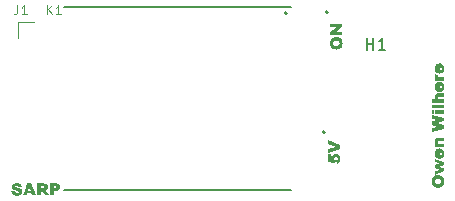
<source format=gbr>
%TF.GenerationSoftware,KiCad,Pcbnew,8.0.7*%
%TF.CreationDate,2025-03-16T23:49:03-07:00*%
%TF.ProjectId,RelaySwitchCompact,52656c61-7953-4776-9974-6368436f6d70,rev?*%
%TF.SameCoordinates,Original*%
%TF.FileFunction,Legend,Top*%
%TF.FilePolarity,Positive*%
%FSLAX46Y46*%
G04 Gerber Fmt 4.6, Leading zero omitted, Abs format (unit mm)*
G04 Created by KiCad (PCBNEW 8.0.7) date 2025-03-16 23:49:03*
%MOMM*%
%LPD*%
G01*
G04 APERTURE LIST*
%ADD10C,0.100000*%
%ADD11C,0.150000*%
%ADD12C,0.127000*%
%ADD13C,0.200000*%
%ADD14C,0.120000*%
G04 APERTURE END LIST*
D10*
G36*
X177213949Y-108793808D02*
G01*
X177213949Y-108115057D01*
X177464054Y-108115057D01*
X177464054Y-108566174D01*
X177583489Y-108586690D01*
X177564121Y-108539597D01*
X177554424Y-108506579D01*
X177544895Y-108457288D01*
X177542212Y-108414255D01*
X177545475Y-108358404D01*
X177555263Y-108306624D01*
X177571578Y-108258914D01*
X177594419Y-108215273D01*
X177623785Y-108175703D01*
X177635024Y-108163418D01*
X177671520Y-108130631D01*
X177718375Y-108100953D01*
X177769835Y-108080509D01*
X177825899Y-108069297D01*
X177868764Y-108066942D01*
X177917628Y-108070040D01*
X177971469Y-108080935D01*
X178018321Y-108097204D01*
X178058541Y-108116523D01*
X178101406Y-108143893D01*
X178138897Y-108176423D01*
X178171015Y-108214113D01*
X178197759Y-108256963D01*
X178218703Y-108305399D01*
X178232120Y-108352915D01*
X178240956Y-108405223D01*
X178245210Y-108462322D01*
X178245631Y-108488260D01*
X178244085Y-108542642D01*
X178239449Y-108592580D01*
X178230671Y-108642855D01*
X178226092Y-108661429D01*
X178210210Y-108708731D01*
X178187685Y-108754475D01*
X178167229Y-108784771D01*
X178133586Y-108822904D01*
X178093568Y-108856938D01*
X178078325Y-108867325D01*
X178032598Y-108891713D01*
X177985406Y-108910144D01*
X177946189Y-108922280D01*
X177916636Y-108622594D01*
X177964133Y-108609593D01*
X178006433Y-108582413D01*
X178012379Y-108575944D01*
X178036671Y-108531499D01*
X178042421Y-108490947D01*
X178033140Y-108440755D01*
X178005296Y-108400089D01*
X177961944Y-108374318D01*
X177910915Y-108364746D01*
X177892700Y-108364185D01*
X177840871Y-108369268D01*
X177795250Y-108388048D01*
X177780593Y-108400333D01*
X177754214Y-108442648D01*
X177745456Y-108493521D01*
X177745422Y-108497297D01*
X177752785Y-108547111D01*
X177762519Y-108572280D01*
X177790498Y-108613262D01*
X177810390Y-108634562D01*
X177778150Y-108884667D01*
X177213949Y-108793808D01*
G37*
G36*
X177213949Y-108032992D02*
G01*
X177213949Y-107690563D01*
X177915659Y-107469524D01*
X177213949Y-107252147D01*
X177213949Y-106919000D01*
X178230000Y-107298554D01*
X178230000Y-107646600D01*
X177213949Y-108032992D01*
G37*
G36*
X150416115Y-111233893D02*
G01*
X150727525Y-111214354D01*
X150736684Y-111262845D01*
X150754436Y-111310370D01*
X150765871Y-111328171D01*
X150802115Y-111361545D01*
X150847710Y-111381065D01*
X150897274Y-111386789D01*
X150947256Y-111381366D01*
X150992361Y-111360200D01*
X150994482Y-111358457D01*
X151024205Y-111317480D01*
X151028188Y-111293244D01*
X151011785Y-111246921D01*
X150996436Y-111230718D01*
X150950502Y-111205921D01*
X150902704Y-111190424D01*
X150848215Y-111176941D01*
X150840609Y-111175275D01*
X150790792Y-111163490D01*
X150733693Y-111147386D01*
X150682342Y-111129754D01*
X150636740Y-111110597D01*
X150589605Y-111085592D01*
X150545076Y-111053642D01*
X150509768Y-111017735D01*
X150480035Y-110971718D01*
X150461629Y-110920389D01*
X150454815Y-110871118D01*
X150454461Y-110856294D01*
X150459916Y-110803125D01*
X150476280Y-110752091D01*
X150500623Y-110707550D01*
X150534087Y-110666721D01*
X150571832Y-110635072D01*
X150616803Y-110608254D01*
X150639109Y-110597885D01*
X150689331Y-110580574D01*
X150740138Y-110569485D01*
X150788785Y-110562993D01*
X150842136Y-110559284D01*
X150890191Y-110558318D01*
X150949080Y-110560089D01*
X151003473Y-110565402D01*
X151053369Y-110574257D01*
X151107311Y-110589558D01*
X151154778Y-110609960D01*
X151189388Y-110630858D01*
X151230828Y-110667070D01*
X151264321Y-110712236D01*
X151286704Y-110758074D01*
X151303247Y-110810490D01*
X151312573Y-110859194D01*
X151313952Y-110869483D01*
X151005229Y-110887069D01*
X150991518Y-110837522D01*
X150964239Y-110795245D01*
X150957846Y-110789616D01*
X150912550Y-110767699D01*
X150863342Y-110761555D01*
X150859416Y-110761528D01*
X150809862Y-110768019D01*
X150782968Y-110782044D01*
X150758274Y-110825608D01*
X150758055Y-110830893D01*
X150778083Y-110867285D01*
X150823456Y-110888231D01*
X150873763Y-110900928D01*
X150878711Y-110901967D01*
X150928197Y-110912752D01*
X150984978Y-110926341D01*
X151036117Y-110940048D01*
X151090039Y-110956655D01*
X151142680Y-110976246D01*
X151173512Y-110990383D01*
X151220226Y-111017715D01*
X151259250Y-111048601D01*
X151293592Y-111087088D01*
X151304671Y-111103712D01*
X151326438Y-111147723D01*
X151340143Y-111194883D01*
X151345787Y-111245192D01*
X151345948Y-111255631D01*
X151341601Y-111309800D01*
X151328560Y-111361573D01*
X151306825Y-111410951D01*
X151290993Y-111437348D01*
X151260829Y-111476350D01*
X151225292Y-111510315D01*
X151184381Y-111539243D01*
X151138097Y-111563133D01*
X151086104Y-111581726D01*
X151035451Y-111593637D01*
X150979982Y-111601481D01*
X150928606Y-111604967D01*
X150892389Y-111605631D01*
X150829844Y-111604024D01*
X150772267Y-111599204D01*
X150719660Y-111591171D01*
X150672021Y-111579924D01*
X150619460Y-111561347D01*
X150574662Y-111537750D01*
X150531154Y-111502805D01*
X150496300Y-111462021D01*
X150467578Y-111416789D01*
X150444987Y-111367110D01*
X150428526Y-111312982D01*
X150419492Y-111264478D01*
X150416115Y-111233893D01*
G37*
G36*
X152494866Y-111590000D02*
G01*
X152152193Y-111590000D01*
X152102856Y-111418053D01*
X151760184Y-111418053D01*
X151711335Y-111590000D01*
X151376234Y-111590000D01*
X151529912Y-111183579D01*
X151832235Y-111183579D01*
X152032759Y-111183579D01*
X151932131Y-110863377D01*
X151832235Y-111183579D01*
X151529912Y-111183579D01*
X151760428Y-110573949D01*
X152110672Y-110573949D01*
X152494866Y-111590000D01*
G37*
G36*
X153152310Y-110574834D02*
G01*
X153207209Y-110578101D01*
X153262022Y-110584783D01*
X153313579Y-110596060D01*
X153323582Y-110599106D01*
X153369497Y-110619075D01*
X153409544Y-110647535D01*
X153443724Y-110684486D01*
X153449856Y-110692896D01*
X153475358Y-110738653D01*
X153491415Y-110790135D01*
X153497791Y-110841363D01*
X153498216Y-110859469D01*
X153494614Y-110910607D01*
X153482333Y-110961570D01*
X153461335Y-111006992D01*
X153432747Y-111046872D01*
X153397695Y-111081211D01*
X153360219Y-111107620D01*
X153316123Y-111129625D01*
X153275955Y-111142058D01*
X153321124Y-111163602D01*
X153332863Y-111171612D01*
X153368263Y-111207698D01*
X153383910Y-111226810D01*
X153414401Y-111267571D01*
X153428607Y-111291046D01*
X153584922Y-111590000D01*
X153215627Y-111590000D01*
X153047344Y-111279811D01*
X153021745Y-111237182D01*
X152993366Y-111205317D01*
X152948116Y-111186148D01*
X152921558Y-111183579D01*
X152901775Y-111183579D01*
X152901775Y-111590000D01*
X152573757Y-111590000D01*
X152573757Y-110980369D01*
X152901775Y-110980369D01*
X153025117Y-110980369D01*
X153075176Y-110973430D01*
X153105962Y-110966936D01*
X153148688Y-110942512D01*
X153152124Y-110938360D01*
X153169675Y-110892518D01*
X153169953Y-110885115D01*
X153158791Y-110837449D01*
X153141377Y-110816727D01*
X153096040Y-110798050D01*
X153045694Y-110793001D01*
X153030735Y-110792791D01*
X152901775Y-110792791D01*
X152901775Y-110980369D01*
X152573757Y-110980369D01*
X152573757Y-110573949D01*
X153100100Y-110573949D01*
X153152310Y-110574834D01*
G37*
G36*
X154233324Y-110575941D02*
G01*
X154289859Y-110583589D01*
X154340365Y-110596972D01*
X154391671Y-110619836D01*
X154434773Y-110650507D01*
X154440260Y-110655526D01*
X154473950Y-110694477D01*
X154499365Y-110739949D01*
X154516506Y-110791943D01*
X154524612Y-110841700D01*
X154526722Y-110886824D01*
X154523417Y-110942257D01*
X154513499Y-110992967D01*
X154496970Y-111038954D01*
X154469329Y-111086637D01*
X154432689Y-111127892D01*
X154386886Y-111161772D01*
X154340203Y-111184189D01*
X154286668Y-111200492D01*
X154236821Y-111209408D01*
X154182216Y-111214078D01*
X154147169Y-111214842D01*
X153984748Y-111214842D01*
X153984748Y-111590000D01*
X153656485Y-111590000D01*
X153656485Y-110996001D01*
X153984748Y-110996001D01*
X154053136Y-110996001D01*
X154102433Y-110993234D01*
X154150972Y-110981364D01*
X154174280Y-110967669D01*
X154203456Y-110926147D01*
X154208230Y-110895373D01*
X154196781Y-110846791D01*
X154178921Y-110822588D01*
X154132339Y-110799338D01*
X154080865Y-110793053D01*
X154065592Y-110792791D01*
X153984748Y-110792791D01*
X153984748Y-110996001D01*
X153656485Y-110996001D01*
X153656485Y-110573949D01*
X154181607Y-110573949D01*
X154233324Y-110575941D01*
G37*
G36*
X177968124Y-98178450D02*
G01*
X178018769Y-98182886D01*
X178075481Y-98192114D01*
X178127762Y-98205601D01*
X178175613Y-98223346D01*
X178205052Y-98237543D01*
X178252439Y-98266520D01*
X178295011Y-98300662D01*
X178332768Y-98339970D01*
X178365710Y-98384444D01*
X178382372Y-98412177D01*
X178403870Y-98456899D01*
X178420921Y-98505519D01*
X178433523Y-98558038D01*
X178441677Y-98614456D01*
X178445075Y-98664448D01*
X178445631Y-98695743D01*
X178444301Y-98748121D01*
X178440312Y-98797638D01*
X178432015Y-98853279D01*
X178419887Y-98904799D01*
X178403930Y-98952198D01*
X178391165Y-98981507D01*
X178364190Y-99029138D01*
X178331138Y-99072655D01*
X178292009Y-99112058D01*
X178253632Y-99142558D01*
X178218241Y-99165666D01*
X178171758Y-99189571D01*
X178121154Y-99208531D01*
X178066429Y-99222544D01*
X178017676Y-99230444D01*
X177966060Y-99234909D01*
X177922707Y-99236008D01*
X177862555Y-99233825D01*
X177805806Y-99227276D01*
X177752462Y-99216362D01*
X177702522Y-99201081D01*
X177655986Y-99181435D01*
X177612855Y-99157423D01*
X177563727Y-99121268D01*
X177536803Y-99096301D01*
X177504346Y-99059676D01*
X177476216Y-99019655D01*
X177452414Y-98976237D01*
X177432939Y-98929422D01*
X177417792Y-98879211D01*
X177406973Y-98825604D01*
X177400482Y-98768600D01*
X177398344Y-98708932D01*
X177648422Y-98708932D01*
X177654576Y-98761954D01*
X177673037Y-98808060D01*
X177703806Y-98847249D01*
X177711437Y-98854256D01*
X177753625Y-98880821D01*
X177802447Y-98897136D01*
X177853907Y-98905776D01*
X177904508Y-98908996D01*
X177922707Y-98909211D01*
X177974808Y-98907296D01*
X178028148Y-98900222D01*
X178079290Y-98885754D01*
X178124308Y-98861340D01*
X178132512Y-98854745D01*
X178165742Y-98816734D01*
X178186665Y-98771092D01*
X178195280Y-98717816D01*
X178195526Y-98706245D01*
X178190658Y-98655318D01*
X178173828Y-98606889D01*
X178144977Y-98567047D01*
X178133977Y-98556769D01*
X178091220Y-98531148D01*
X178039784Y-98515413D01*
X177984409Y-98507080D01*
X177929243Y-98503975D01*
X177909274Y-98503768D01*
X177853011Y-98506409D01*
X177803900Y-98514333D01*
X177756532Y-98529858D01*
X177714410Y-98555571D01*
X177710460Y-98558967D01*
X177677745Y-98597330D01*
X177657146Y-98643421D01*
X177648665Y-98697241D01*
X177648422Y-98708932D01*
X177398344Y-98708932D01*
X177398318Y-98708199D01*
X177400443Y-98646390D01*
X177406820Y-98588215D01*
X177417449Y-98533672D01*
X177432329Y-98482763D01*
X177451460Y-98435487D01*
X177474842Y-98391844D01*
X177510049Y-98342399D01*
X177534361Y-98315457D01*
X177579510Y-98275561D01*
X177629931Y-98242427D01*
X177674062Y-98220789D01*
X177721567Y-98203478D01*
X177772446Y-98190495D01*
X177826699Y-98181840D01*
X177884325Y-98177512D01*
X177914403Y-98176971D01*
X177968124Y-98178450D01*
G37*
G36*
X177413949Y-98029448D02*
G01*
X177413949Y-97726831D01*
X177959832Y-97359490D01*
X177413949Y-97359490D01*
X177413949Y-97050767D01*
X178430000Y-97050767D01*
X178430000Y-97355826D01*
X177887048Y-97721214D01*
X178430000Y-97721214D01*
X178430000Y-98029448D01*
X177413949Y-98029448D01*
G37*
G36*
X186566124Y-109876450D02*
G01*
X186616769Y-109880886D01*
X186673481Y-109890114D01*
X186725762Y-109903601D01*
X186773613Y-109921346D01*
X186803052Y-109935543D01*
X186850439Y-109964520D01*
X186893011Y-109998662D01*
X186930768Y-110037970D01*
X186963710Y-110082444D01*
X186980372Y-110110177D01*
X187001870Y-110154899D01*
X187018921Y-110203519D01*
X187031523Y-110256038D01*
X187039677Y-110312456D01*
X187043075Y-110362448D01*
X187043631Y-110393743D01*
X187042301Y-110446121D01*
X187038312Y-110495638D01*
X187030015Y-110551279D01*
X187017887Y-110602799D01*
X187001930Y-110650198D01*
X186989165Y-110679507D01*
X186962190Y-110727138D01*
X186929138Y-110770655D01*
X186890009Y-110810058D01*
X186851632Y-110840558D01*
X186816241Y-110863666D01*
X186769758Y-110887571D01*
X186719154Y-110906531D01*
X186664429Y-110920544D01*
X186615676Y-110928444D01*
X186564060Y-110932909D01*
X186520707Y-110934008D01*
X186460555Y-110931825D01*
X186403806Y-110925276D01*
X186350462Y-110914362D01*
X186300522Y-110899081D01*
X186253986Y-110879435D01*
X186210855Y-110855423D01*
X186161727Y-110819268D01*
X186134803Y-110794301D01*
X186102346Y-110757676D01*
X186074216Y-110717655D01*
X186050414Y-110674237D01*
X186030939Y-110627422D01*
X186015792Y-110577211D01*
X186004973Y-110523604D01*
X185998482Y-110466600D01*
X185996344Y-110406932D01*
X186246422Y-110406932D01*
X186252576Y-110459954D01*
X186271037Y-110506060D01*
X186301806Y-110545249D01*
X186309437Y-110552256D01*
X186351625Y-110578821D01*
X186400447Y-110595136D01*
X186451907Y-110603776D01*
X186502508Y-110606996D01*
X186520707Y-110607211D01*
X186572808Y-110605296D01*
X186626148Y-110598222D01*
X186677290Y-110583754D01*
X186722308Y-110559340D01*
X186730512Y-110552745D01*
X186763742Y-110514734D01*
X186784665Y-110469092D01*
X186793280Y-110415816D01*
X186793526Y-110404245D01*
X186788658Y-110353318D01*
X186771828Y-110304889D01*
X186742977Y-110265047D01*
X186731977Y-110254769D01*
X186689220Y-110229148D01*
X186637784Y-110213413D01*
X186582409Y-110205080D01*
X186527243Y-110201975D01*
X186507274Y-110201768D01*
X186451011Y-110204409D01*
X186401900Y-110212333D01*
X186354532Y-110227858D01*
X186312410Y-110253571D01*
X186308460Y-110256967D01*
X186275745Y-110295330D01*
X186255146Y-110341421D01*
X186246665Y-110395241D01*
X186246422Y-110406932D01*
X185996344Y-110406932D01*
X185996318Y-110406199D01*
X185998443Y-110344390D01*
X186004820Y-110286215D01*
X186015449Y-110231672D01*
X186030329Y-110180763D01*
X186049460Y-110133487D01*
X186072842Y-110089844D01*
X186108049Y-110040399D01*
X186132361Y-110013457D01*
X186177510Y-109973561D01*
X186227931Y-109940427D01*
X186272062Y-109918789D01*
X186319567Y-109901478D01*
X186370446Y-109888495D01*
X186424699Y-109879840D01*
X186482325Y-109875512D01*
X186512403Y-109874971D01*
X186566124Y-109876450D01*
G37*
G36*
X186277685Y-109833938D02*
G01*
X186277685Y-109545732D01*
X186703889Y-109433380D01*
X186277685Y-109291719D01*
X186277685Y-109028425D01*
X186711949Y-108881147D01*
X186277685Y-108768795D01*
X186277685Y-108482787D01*
X187028000Y-108757316D01*
X187028000Y-109016946D01*
X186603017Y-109158851D01*
X187028000Y-109296360D01*
X187028000Y-109557211D01*
X186277685Y-109833938D01*
G37*
G36*
X186715369Y-108168935D02*
G01*
X186764996Y-108156328D01*
X186797678Y-108135473D01*
X186828358Y-108094547D01*
X186840045Y-108046956D01*
X186840421Y-108035578D01*
X186832532Y-107985755D01*
X186822103Y-107961084D01*
X186789099Y-107922039D01*
X186777406Y-107911747D01*
X186810623Y-107620609D01*
X186856279Y-107647560D01*
X186896524Y-107676022D01*
X186936641Y-107711138D01*
X186969394Y-107748310D01*
X186991607Y-107781810D01*
X187014368Y-107832215D01*
X187028949Y-107884284D01*
X187037484Y-107934831D01*
X187042361Y-107990839D01*
X187043631Y-108041684D01*
X187042163Y-108094475D01*
X187036738Y-108150594D01*
X187027316Y-108200824D01*
X187011654Y-108251015D01*
X187001866Y-108273226D01*
X186974332Y-108318738D01*
X186938994Y-108359651D01*
X186901029Y-108392158D01*
X186868509Y-108414154D01*
X186820866Y-108438518D01*
X186769285Y-108455920D01*
X186720921Y-108465437D01*
X186669542Y-108469624D01*
X186654308Y-108469842D01*
X186601140Y-108467111D01*
X186551239Y-108458918D01*
X186495672Y-108441876D01*
X186444811Y-108416969D01*
X186398654Y-108384197D01*
X186370498Y-108357979D01*
X186333644Y-108313067D01*
X186304415Y-108262232D01*
X186285882Y-108215342D01*
X186272644Y-108164339D01*
X186264701Y-108109221D01*
X186262054Y-108049988D01*
X186262394Y-108038265D01*
X186465264Y-108038265D01*
X186472183Y-108088874D01*
X186494952Y-108132101D01*
X186501412Y-108139381D01*
X186544190Y-108164837D01*
X186559053Y-108167958D01*
X186559053Y-107910526D01*
X186511954Y-107927656D01*
X186488956Y-107950093D01*
X186469174Y-107996966D01*
X186465264Y-108038265D01*
X186262394Y-108038265D01*
X186263711Y-107992864D01*
X186268683Y-107940377D01*
X186278672Y-107885002D01*
X186293173Y-107835938D01*
X186309193Y-107798907D01*
X186335296Y-107755386D01*
X186366712Y-107717391D01*
X186403440Y-107684922D01*
X186445480Y-107657979D01*
X186493459Y-107636714D01*
X186540824Y-107623092D01*
X186593216Y-107614121D01*
X186642123Y-107610134D01*
X186676778Y-107609374D01*
X186715369Y-107609374D01*
X186715369Y-108168935D01*
G37*
G36*
X186277685Y-107509723D02*
G01*
X186277685Y-107233729D01*
X186382466Y-107233729D01*
X186343585Y-107197424D01*
X186311574Y-107156655D01*
X186294050Y-107126995D01*
X186274552Y-107077272D01*
X186264585Y-107025116D01*
X186262054Y-106977762D01*
X186265490Y-106927987D01*
X186277832Y-106877169D01*
X186299150Y-106832824D01*
X186333861Y-106790672D01*
X186374543Y-106760966D01*
X186424781Y-106739748D01*
X186476578Y-106728144D01*
X186526798Y-106723369D01*
X186553924Y-106722773D01*
X187028000Y-106722773D01*
X187028000Y-107019284D01*
X186615473Y-107019284D01*
X186565057Y-107023725D01*
X186522905Y-107042487D01*
X186498614Y-107085809D01*
X186496527Y-107108188D01*
X186509357Y-107157966D01*
X186532919Y-107184880D01*
X186580332Y-107206093D01*
X186632292Y-107213395D01*
X186666764Y-107214434D01*
X187028000Y-107214434D01*
X187028000Y-107509723D01*
X186277685Y-107509723D01*
G37*
G36*
X186011949Y-106196918D02*
G01*
X186011949Y-105885264D01*
X186524859Y-105783659D01*
X186011949Y-105635892D01*
X186011949Y-105329367D01*
X186531698Y-105180868D01*
X186011949Y-105079263D01*
X186011949Y-104769074D01*
X187028000Y-104994510D01*
X187028000Y-105311538D01*
X186419346Y-105482263D01*
X187028000Y-105652256D01*
X187028000Y-105969528D01*
X186011949Y-106196918D01*
G37*
G36*
X186011949Y-104676995D02*
G01*
X186011949Y-104381705D01*
X186215159Y-104381705D01*
X186215159Y-104676995D01*
X186011949Y-104676995D01*
G37*
G36*
X186277685Y-104676995D02*
G01*
X186277685Y-104381705D01*
X187028000Y-104381705D01*
X187028000Y-104676995D01*
X186277685Y-104676995D01*
G37*
G36*
X186011949Y-104188265D02*
G01*
X186011949Y-103892242D01*
X187028000Y-103892242D01*
X187028000Y-104188265D01*
X186011949Y-104188265D01*
G37*
G36*
X186011949Y-103731775D02*
G01*
X186011949Y-103436485D01*
X186362193Y-103436485D01*
X186327437Y-103398191D01*
X186299373Y-103355543D01*
X186288676Y-103334392D01*
X186272453Y-103288058D01*
X186263718Y-103235885D01*
X186262054Y-103197860D01*
X186265502Y-103148846D01*
X186277886Y-103098670D01*
X186299276Y-103054721D01*
X186334106Y-103012724D01*
X186374864Y-102983018D01*
X186425086Y-102961799D01*
X186476794Y-102950195D01*
X186526883Y-102945421D01*
X186553924Y-102944824D01*
X187028000Y-102944824D01*
X187028000Y-103241335D01*
X186615473Y-103241335D01*
X186565057Y-103245776D01*
X186522905Y-103264538D01*
X186498614Y-103307861D01*
X186496527Y-103330240D01*
X186509357Y-103380017D01*
X186532919Y-103406932D01*
X186580332Y-103428144D01*
X186632292Y-103435446D01*
X186666764Y-103436485D01*
X187028000Y-103436485D01*
X187028000Y-103731775D01*
X186011949Y-103731775D01*
G37*
G36*
X186715369Y-102532787D02*
G01*
X186764996Y-102520180D01*
X186797678Y-102499325D01*
X186828358Y-102458399D01*
X186840045Y-102410808D01*
X186840421Y-102399430D01*
X186832532Y-102349607D01*
X186822103Y-102324936D01*
X186789099Y-102285891D01*
X186777406Y-102275599D01*
X186810623Y-101984461D01*
X186856279Y-102011412D01*
X186896524Y-102039874D01*
X186936641Y-102074990D01*
X186969394Y-102112162D01*
X186991607Y-102145662D01*
X187014368Y-102196067D01*
X187028949Y-102248136D01*
X187037484Y-102298683D01*
X187042361Y-102354691D01*
X187043631Y-102405536D01*
X187042163Y-102458327D01*
X187036738Y-102514447D01*
X187027316Y-102564676D01*
X187011654Y-102614868D01*
X187001866Y-102637078D01*
X186974332Y-102682590D01*
X186938994Y-102723503D01*
X186901029Y-102756010D01*
X186868509Y-102778006D01*
X186820866Y-102802370D01*
X186769285Y-102819772D01*
X186720921Y-102829289D01*
X186669542Y-102833476D01*
X186654308Y-102833694D01*
X186601140Y-102830963D01*
X186551239Y-102822770D01*
X186495672Y-102805728D01*
X186444811Y-102780821D01*
X186398654Y-102748049D01*
X186370498Y-102721831D01*
X186333644Y-102676920D01*
X186304415Y-102626084D01*
X186285882Y-102579194D01*
X186272644Y-102528191D01*
X186264701Y-102473073D01*
X186262054Y-102413840D01*
X186262394Y-102402117D01*
X186465264Y-102402117D01*
X186472183Y-102452727D01*
X186494952Y-102495953D01*
X186501412Y-102503233D01*
X186544190Y-102528689D01*
X186559053Y-102531810D01*
X186559053Y-102274378D01*
X186511954Y-102291508D01*
X186488956Y-102313945D01*
X186469174Y-102360818D01*
X186465264Y-102402117D01*
X186262394Y-102402117D01*
X186263711Y-102356716D01*
X186268683Y-102304229D01*
X186278672Y-102248854D01*
X186293173Y-102199790D01*
X186309193Y-102162759D01*
X186335296Y-102119238D01*
X186366712Y-102081243D01*
X186403440Y-102048774D01*
X186445480Y-102021831D01*
X186493459Y-102000566D01*
X186540824Y-101986944D01*
X186593216Y-101977973D01*
X186642123Y-101973986D01*
X186676778Y-101973226D01*
X186715369Y-101973226D01*
X186715369Y-102532787D01*
G37*
G36*
X186277685Y-101863073D02*
G01*
X186277685Y-101585613D01*
X186372696Y-101585613D01*
X186330575Y-101559255D01*
X186294755Y-101522505D01*
X186292829Y-101519912D01*
X186270739Y-101476234D01*
X186262324Y-101427721D01*
X186262054Y-101416353D01*
X186267962Y-101366035D01*
X186283756Y-101315505D01*
X186304064Y-101271028D01*
X186519730Y-101363352D01*
X186502328Y-101411407D01*
X186496527Y-101445662D01*
X186508452Y-101493160D01*
X186538781Y-101524308D01*
X186588455Y-101546462D01*
X186636198Y-101557087D01*
X186685623Y-101562995D01*
X186742896Y-101565948D01*
X186774475Y-101566318D01*
X187028000Y-101566318D01*
X187028000Y-101863073D01*
X186277685Y-101863073D01*
G37*
G36*
X186715369Y-100967678D02*
G01*
X186764996Y-100955072D01*
X186797678Y-100934217D01*
X186828358Y-100893291D01*
X186840045Y-100845700D01*
X186840421Y-100834322D01*
X186832532Y-100784499D01*
X186822103Y-100759828D01*
X186789099Y-100720783D01*
X186777406Y-100710491D01*
X186810623Y-100419353D01*
X186856279Y-100446304D01*
X186896524Y-100474766D01*
X186936641Y-100509882D01*
X186969394Y-100547054D01*
X186991607Y-100580554D01*
X187014368Y-100630959D01*
X187028949Y-100683028D01*
X187037484Y-100733575D01*
X187042361Y-100789583D01*
X187043631Y-100840428D01*
X187042163Y-100893219D01*
X187036738Y-100949338D01*
X187027316Y-100999567D01*
X187011654Y-101049759D01*
X187001866Y-101071970D01*
X186974332Y-101117482D01*
X186938994Y-101158395D01*
X186901029Y-101190902D01*
X186868509Y-101212898D01*
X186820866Y-101237262D01*
X186769285Y-101254664D01*
X186720921Y-101264181D01*
X186669542Y-101268368D01*
X186654308Y-101268586D01*
X186601140Y-101265855D01*
X186551239Y-101257662D01*
X186495672Y-101240620D01*
X186444811Y-101215713D01*
X186398654Y-101182940D01*
X186370498Y-101156722D01*
X186333644Y-101111811D01*
X186304415Y-101060975D01*
X186285882Y-101014086D01*
X186272644Y-100963083D01*
X186264701Y-100907965D01*
X186262054Y-100848732D01*
X186262394Y-100837009D01*
X186465264Y-100837009D01*
X186472183Y-100887618D01*
X186494952Y-100930845D01*
X186501412Y-100938125D01*
X186544190Y-100963581D01*
X186559053Y-100966702D01*
X186559053Y-100709270D01*
X186511954Y-100726400D01*
X186488956Y-100748837D01*
X186469174Y-100795710D01*
X186465264Y-100837009D01*
X186262394Y-100837009D01*
X186263711Y-100791608D01*
X186268683Y-100739121D01*
X186278672Y-100683746D01*
X186293173Y-100634682D01*
X186309193Y-100597651D01*
X186335296Y-100554130D01*
X186366712Y-100516135D01*
X186403440Y-100483665D01*
X186445480Y-100456722D01*
X186493459Y-100435458D01*
X186540824Y-100421836D01*
X186593216Y-100412865D01*
X186642123Y-100408878D01*
X186676778Y-100408118D01*
X186715369Y-100408118D01*
X186715369Y-100967678D01*
G37*
X153409524Y-96264895D02*
X153409524Y-95464895D01*
X153866667Y-96264895D02*
X153523809Y-95807752D01*
X153866667Y-95464895D02*
X153409524Y-95922038D01*
X154628571Y-96264895D02*
X154171428Y-96264895D01*
X154400000Y-96264895D02*
X154400000Y-95464895D01*
X154400000Y-95464895D02*
X154323809Y-95579180D01*
X154323809Y-95579180D02*
X154247619Y-95655371D01*
X154247619Y-95655371D02*
X154171428Y-95693466D01*
X150928806Y-95454397D02*
X150928806Y-96025825D01*
X150928806Y-96025825D02*
X150890711Y-96140111D01*
X150890711Y-96140111D02*
X150814520Y-96216302D01*
X150814520Y-96216302D02*
X150700235Y-96254397D01*
X150700235Y-96254397D02*
X150624044Y-96254397D01*
X151728806Y-96254397D02*
X151271663Y-96254397D01*
X151500235Y-96254397D02*
X151500235Y-95454397D01*
X151500235Y-95454397D02*
X151424044Y-95568682D01*
X151424044Y-95568682D02*
X151347854Y-95644873D01*
X151347854Y-95644873D02*
X151271663Y-95682968D01*
D11*
X180498095Y-99254819D02*
X180498095Y-98254819D01*
X180498095Y-98731009D02*
X181069523Y-98731009D01*
X181069523Y-99254819D02*
X181069523Y-98254819D01*
X182069523Y-99254819D02*
X181498095Y-99254819D01*
X181783809Y-99254819D02*
X181783809Y-98254819D01*
X181783809Y-98254819D02*
X181688571Y-98397676D01*
X181688571Y-98397676D02*
X181593333Y-98492914D01*
X181593333Y-98492914D02*
X181498095Y-98540533D01*
D12*
%TO.C,K1*%
X154900000Y-95650000D02*
X174100000Y-95650000D01*
X174100000Y-111150000D02*
X154900000Y-111150000D01*
D13*
X173744000Y-96161000D02*
G75*
G02*
X173544000Y-96161000I-100000J0D01*
G01*
X173544000Y-96161000D02*
G75*
G02*
X173744000Y-96161000I100000J0D01*
G01*
D14*
%TO.C,J1*%
X150970000Y-96930000D02*
X152300000Y-96930000D01*
X150970000Y-98260000D02*
X150970000Y-96930000D01*
D13*
%TO.C,LED2*%
X177216000Y-96068000D02*
G75*
G02*
X177016000Y-96068000I-100000J0D01*
G01*
X177016000Y-96068000D02*
G75*
G02*
X177216000Y-96068000I100000J0D01*
G01*
%TO.C,LED1*%
X176962000Y-106249000D02*
G75*
G02*
X176762000Y-106249000I-100000J0D01*
G01*
X176762000Y-106249000D02*
G75*
G02*
X176962000Y-106249000I100000J0D01*
G01*
%TD*%
M02*

</source>
